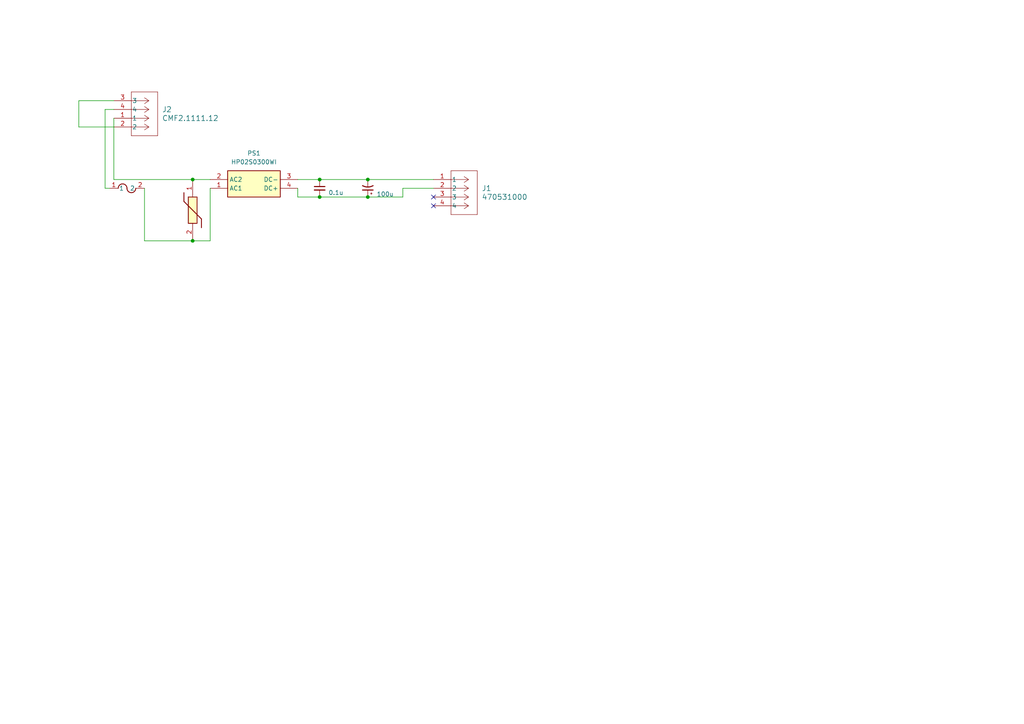
<source format=kicad_sch>
(kicad_sch (version 20231120) (generator "eeschema") (generator_version "8.0")
  (paper "A4")
  (lib_symbols
    (symbol "47053:470531000" (pin_names (offset 0.254))
      (property "Reference" "J" (at 8.89 6.35 0))
      (property "Value" "470531000" (at 0 0 0))
      (symbol "470531000_1_1"
        (polyline (pts (xy 5.08 -10.16) (xy 12.7 -10.16)) (stroke (width 0.127)))
        (polyline (pts (xy 5.08 2.54) (xy 5.08 -10.16)) (stroke (width 0.127)))
        (polyline (pts (xy 10.16 -7.62) (xy 5.08 -7.62)) (stroke (width 0.127)))
        (polyline (pts (xy 10.16 -7.62) (xy 8.89 -8.4667)) (stroke (width 0.127)))
        (polyline (pts (xy 10.16 -7.62) (xy 8.89 -6.7733)) (stroke (width 0.127)))
        (polyline (pts (xy 10.16 -5.08) (xy 5.08 -5.08)) (stroke (width 0.127)))
        (polyline (pts (xy 10.16 -5.08) (xy 8.89 -5.9267)) (stroke (width 0.127)))
        (polyline (pts (xy 10.16 -5.08) (xy 8.89 -4.2333)) (stroke (width 0.127)))
        (polyline (pts (xy 10.16 -2.54) (xy 5.08 -2.54)) (stroke (width 0.127)))
        (polyline (pts (xy 10.16 -2.54) (xy 8.89 -3.3867)) (stroke (width 0.127)))
        (polyline (pts (xy 10.16 -2.54) (xy 8.89 -1.6933)) (stroke (width 0.127)))
        (polyline (pts (xy 10.16 0) (xy 5.08 0)) (stroke (width 0.127)))
        (polyline (pts (xy 10.16 0) (xy 8.89 -0.8467)) (stroke (width 0.127)))
        (polyline (pts (xy 10.16 0) (xy 8.89 0.8467)) (stroke (width 0.127)))
        (polyline (pts (xy 12.7 -10.16) (xy 12.7 2.54)) (stroke (width 0.127)))
        (polyline (pts (xy 12.7 2.54) (xy 5.08 2.54)) (stroke (width 0.127)))
        (pin unspecified line (at 0 0 0) (length 5.08) (name "1") (number "1"))
        (pin unspecified line (at 0 -2.54 0) (length 5.08) (name "2") (number "2"))
        (pin unspecified line (at 0 -5.08 0) (length 5.08) (name "3") (number "3"))
        (pin unspecified line (at 0 -7.62 0) (length 5.08) (name "4") (number "4"))
      )
      (symbol "470531000_1_2"
        (polyline (pts (xy 5.08 -10.16) (xy 12.7 -10.16)) (stroke (width 0.127)))
        (polyline (pts (xy 5.08 2.54) (xy 5.08 -10.16)) (stroke (width 0.127)))
        (polyline (pts (xy 7.62 -7.62) (xy 5.08 -7.62)) (stroke (width 0.127)))
        (polyline (pts (xy 7.62 -7.62) (xy 8.89 -8.4667)) (stroke (width 0.127)))
        (polyline (pts (xy 7.62 -7.62) (xy 8.89 -6.7733)) (stroke (width 0.127)))
        (polyline (pts (xy 7.62 -5.08) (xy 5.08 -5.08)) (stroke (width 0.127)))
        (polyline (pts (xy 7.62 -5.08) (xy 8.89 -5.9267)) (stroke (width 0.127)))
        (polyline (pts (xy 7.62 -5.08) (xy 8.89 -4.2333)) (stroke (width 0.127)))
        (polyline (pts (xy 7.62 -2.54) (xy 5.08 -2.54)) (stroke (width 0.127)))
        (polyline (pts (xy 7.62 -2.54) (xy 8.89 -3.3867)) (stroke (width 0.127)))
        (polyline (pts (xy 7.62 -2.54) (xy 8.89 -1.6933)) (stroke (width 0.127)))
        (polyline (pts (xy 7.62 0) (xy 5.08 0)) (stroke (width 0.127)))
        (polyline (pts (xy 7.62 0) (xy 8.89 -0.8467)) (stroke (width 0.127)))
        (polyline (pts (xy 7.62 0) (xy 8.89 0.8467)) (stroke (width 0.127)))
        (polyline (pts (xy 12.7 -10.16) (xy 12.7 2.54)) (stroke (width 0.127)))
        (polyline (pts (xy 12.7 2.54) (xy 5.08 2.54)) (stroke (width 0.127)))
        (pin unspecified line (at 0 0 0) (length 5.08) (name "1") (number "1"))
        (pin unspecified line (at 0 -2.54 0) (length 5.08) (name "2") (number "2"))
        (pin unspecified line (at 0 -5.08 0) (length 5.08) (name "3") (number "3"))
        (pin unspecified line (at 0 -7.62 0) (length 5.08) (name "4") (number "4"))
      )
    )
    (symbol "CMF2:CMF2.1111.12" (pin_names (offset 0.254))
      (property "Reference" "J" (at 8.89 6.35 0))
      (property "Value" "CMF2.1111.12" (at 0 0 0))
      (symbol "CMF2.1111.12_0_1"
        (polyline (pts (xy 5.08 -10.16) (xy 12.7 -10.16)) (stroke (width 0.127)))
        (polyline (pts (xy 5.08 2.54) (xy 5.08 -10.16)) (stroke (width 0.127)))
        (polyline (pts (xy 10.16 -7.62) (xy 5.08 -7.62)) (stroke (width 0.127)))
        (polyline (pts (xy 10.16 -7.62) (xy 8.89 -8.4667)) (stroke (width 0.127)))
        (polyline (pts (xy 10.16 -7.62) (xy 8.89 -6.7733)) (stroke (width 0.127)))
        (polyline (pts (xy 10.16 -5.08) (xy 5.08 -5.08)) (stroke (width 0.127)))
        (polyline (pts (xy 10.16 -5.08) (xy 8.89 -5.9267)) (stroke (width 0.127)))
        (polyline (pts (xy 10.16 -5.08) (xy 8.89 -4.2333)) (stroke (width 0.127)))
        (polyline (pts (xy 10.16 -2.54) (xy 5.08 -2.54)) (stroke (width 0.127)))
        (polyline (pts (xy 10.16 -2.54) (xy 8.89 -3.3867)) (stroke (width 0.127)))
        (polyline (pts (xy 10.16 -2.54) (xy 8.89 -1.6933)) (stroke (width 0.127)))
        (polyline (pts (xy 10.16 0) (xy 5.08 0)) (stroke (width 0.127)))
        (polyline (pts (xy 10.16 0) (xy 8.89 -0.8467)) (stroke (width 0.127)))
        (polyline (pts (xy 10.16 0) (xy 8.89 0.8467)) (stroke (width 0.127)))
        (polyline (pts (xy 12.7 -10.16) (xy 12.7 2.54)) (stroke (width 0.127)))
        (polyline (pts (xy 12.7 2.54) (xy 5.08 2.54)) (stroke (width 0.127)))
        (pin unspecified line (at 0 -5.08 0) (length 5.08) (name "1") (number "1"))
        (pin unspecified line (at 0 -7.62 0) (length 5.08) (name "2") (number "2"))
        (pin unspecified line (at 0 0 0) (length 5.08) (name "3") (number "3"))
        (pin unspecified line (at 0 -2.54 0) (length 5.08) (name "4") (number "4"))
      )
    )
    (symbol "Device:C_Polarized_Small_US" (pin_numbers hide) (pin_names (offset 0.254) hide)
      (property "Reference" "C" (at 0.254 1.778 0))
      (property "Value" "C_Polarized_Small_US" (at 0.254 -2.032 0))
      (symbol "C_Polarized_Small_US_0_1"
        (polyline (pts (xy -1.524 0.508) (xy 1.524 0.508)) (stroke (width 0.3048)))
        (polyline (pts (xy -1.27 1.524) (xy -0.762 1.524)))
        (polyline (pts (xy -1.016 1.27) (xy -1.016 1.778)))
        (arc (start 1.524 -0.762) (mid 0 -0.3734) (end -1.524 -0.762) (stroke (width 0.3048)))
      )
      (symbol "C_Polarized_Small_US_1_1"
        (pin passive line (at 0 2.54 270) (length 2.032) (name "~") (number "1"))
        (pin passive line (at 0 -2.54 90) (length 2.032) (name "~") (number "2"))
      )
    )
    (symbol "Device:C_Small" (pin_numbers hide) (pin_names (offset 0.254) hide)
      (property "Reference" "C" (at 0.254 1.778 0))
      (property "Value" "C_Small" (at 0.254 -2.032 0))
      (symbol "C_Small_0_1"
        (polyline (pts (xy -1.524 -0.508) (xy 1.524 -0.508)) (stroke (width 0.3302)))
        (polyline (pts (xy -1.524 0.508) (xy 1.524 0.508)) (stroke (width 0.3048)))
      )
      (symbol "C_Small_1_1"
        (pin passive line (at 0 2.54 270) (length 2.032) (name "~") (number "1"))
        (pin passive line (at 0 -2.54 90) (length 2.032) (name "~") (number "2"))
      )
    )
    (symbol "HP02S0300WI:HP02S0300WI"
      (property "Reference" "PS" (at 21.59 7.62 0))
      (property "Value" "HP02S0300WI" (at 21.59 5.08 0))
      (symbol "HP02S0300WI_1_1"
        (rectangle (start 5.08 2.54) (end 20.32 -5.08) (stroke (width 0.254)) (fill (type background)))
        (pin passive line (at 0 -2.54 0) (length 5.08) (name "AC1") (number "1"))
        (pin passive line (at 0 0 0) (length 5.08) (name "AC2") (number "2"))
        (pin passive line (at 25.4 0 180) (length 5.08) (name "DC-") (number "3"))
        (pin passive line (at 25.4 -2.54 180) (length 5.08) (name "DC+") (number "4"))
      )
    )
    (symbol "MOV-14D561KTR:MOV-14D561KTR" (pin_names hide)
      (property "Reference" "RV" (at 13.97 6.35 0))
      (property "Value" "MOV-14D561KTR" (at 13.97 3.81 0))
      (symbol "MOV-14D561KTR_1_1"
        (polyline (pts (xy 3.81 -2.54) (xy 6.35 -2.54)) (stroke (width 0.254)))
        (polyline (pts (xy 11.43 2.54) (xy 6.35 -2.54)) (stroke (width 0.254)))
        (polyline (pts (xy 11.43 2.54) (xy 13.97 2.54)) (stroke (width 0.254)))
        (rectangle (start 5.08 1.27) (end 12.7 -1.27) (stroke (width 0.254)) (fill (type background)))
        (pin passive line (at 0 0 0) (length 5.08) (name "1") (number "1"))
        (pin passive line (at 17.78 0 180) (length 5.08) (name "2") (number "2"))
      )
    )
    (symbol "ss5h:SS-5H-1A-APH" (pin_names (offset 0.254))
      (property "Reference" "F" (at 5.08 3.175 0))
      (property "Value" "SS-5H-1A-APH" (at 5.08 -3.175 0))
      (symbol "SS-5H-1A-APH_1_1"
        (arc (start 5.08 0) (mid 3.81 1.2645) (end 2.54 0) (stroke (width 0.254)))
        (arc (start 5.08 0) (mid 6.35 -1.2645) (end 7.62 0) (stroke (width 0.254)))
        (pin unspecified line (at 0 0 0) (length 2.54) (name "1") (number "1"))
        (pin unspecified line (at 10.16 0 180) (length 2.54) (name "2") (number "2"))
      )
      (symbol "SS-5H-1A-APH_1_2"
        (arc (start 0 5.08) (mid -1.2645 3.81) (end 0 2.54) (stroke (width 0.254)))
        (arc (start 0 5.08) (mid 1.2645 6.35) (end 0 7.62) (stroke (width 0.254)))
        (pin unspecified line (at 0 0 90) (length 2.54) (name "1") (number "1"))
        (pin unspecified line (at 0 10.16 270) (length 2.54) (name "2") (number "2"))
      )
    )
  )
  (junction (at 106.68 57.15))
  (junction (at 92.71 52.07))
  (junction (at 106.68 52.07))
  (junction (at 92.71 57.15))
  (junction (at 55.88 69.85))
  (junction (at 55.88 52.07))
  (no_connect (at 125.73 57.15))
  (no_connect (at 125.73 59.69))
  (wire (pts (xy 92.71 57.15) (xy 106.68 57.15)))
  (wire (pts (xy 106.68 57.15) (xy 116.84 57.15)))
  (wire (pts (xy 86.36 57.15) (xy 86.36 54.61)))
  (wire (pts (xy 33.02 31.75) (xy 30.48 31.75)))
  (wire (pts (xy 22.86 29.21) (xy 33.02 29.21)))
  (wire (pts (xy 116.84 57.15) (xy 116.84 54.61)))
  (wire (pts (xy 55.88 69.85) (xy 60.96 69.85)))
  (wire (pts (xy 41.91 69.85) (xy 41.91 54.61)))
  (wire (pts (xy 116.84 54.61) (xy 125.73 54.61)))
  (wire (pts (xy 86.36 52.07) (xy 92.71 52.07)))
  (wire (pts (xy 86.36 57.15) (xy 92.71 57.15)))
  (wire (pts (xy 33.02 36.83) (xy 22.86 36.83)))
  (wire (pts (xy 60.96 69.85) (xy 60.96 54.61)))
  (wire (pts (xy 30.48 31.75) (xy 30.48 54.61)))
  (wire (pts (xy 33.02 34.29) (xy 33.02 52.07)))
  (wire (pts (xy 30.48 54.61) (xy 31.75 54.61)))
  (wire (pts (xy 33.02 52.07) (xy 55.88 52.07)))
  (wire (pts (xy 55.88 52.07) (xy 60.96 52.07)))
  (wire (pts (xy 106.68 52.07) (xy 125.73 52.07)))
  (wire (pts (xy 41.91 69.85) (xy 55.88 69.85)))
  (wire (pts (xy 92.71 52.07) (xy 106.68 52.07)))
  (wire (pts (xy 22.86 36.83) (xy 22.86 29.21)))
  (symbol (lib_id "MOV-14D561KTR:MOV-14D561KTR") (at 55.88 52.07 270) (unit 1)
    (property "Reference" "RV1" (effects (hide yes)))
    (property "Value" "MOV-14D561KTR" (effects (hide yes)))
    (property "Footprint" "CustomModels:MOV14D561KTR" (effects (hide yes)))
    (property "Datasheet" "https://www.bourns.com/docs/Product-Datasheets/MOV14D.pdf" (effects (hide yes)))
    (property "Description" "560 V 4.5 kA Varistor 1 Circuit Through Hole Disc 14mm" (effects (hide yes)))
    (property "Height" "22" (effects (hide yes)))
    (property "Manufacturer_Name" "Bourns" (effects (hide yes)))
    (property "Manufacturer_Part_Number" "MOV-14D561KTR" (effects (hide yes)))
    (property "Mouser Part Number" "652-MOV-14D561KTR" (effects (hide yes)))
    (property "Mouser Price/Stock" "https://www.mouser.co.uk/ProductDetail/Bourns/MOV-14D561KTR?qs=CQ3B1E%252BbPs2c86JUrhXAFQ%3D%3D" (effects (hide yes)))
    (property "Arrow Part Number" "MOV-14D561KTR" (effects (hide yes)))
    (property "Arrow Price/Stock" "https://www.arrow.com/en/products/mov-14d561ktr/bourns?region=nac" (effects (hide yes)))
  )
  (symbol (lib_id "HP02S0300WI:HP02S0300WI") (at 60.96 52.07 0) (unit 1)
    (property "Reference" "PS1" (at 73.66 44.45 0))
    (property "Value" "HP02S0300WI" (at 73.66 46.99 0))
    (property "Footprint" "CustomModels:HP02S0300WI" (effects (hide yes)))
    (property "Datasheet" "https://www.zettlermagnetics.com/pdfs/HP02SXX00WI.pdf" (effects (hide yes)))
    (property "Description" "Enclosed AC DC Converters 1 Output 3.3V 600mA 85 ~ 305 VAC, 100 ~ 430 VDC Input" (effects (hide yes)))
    (property "Height" "15.5" (effects (hide yes)))
    (property "Manufacturer_Name" "Zettler Group" (effects (hide yes)))
    (property "Manufacturer_Part_Number" "HP02S0300WI" (effects (hide yes)))
  )
  (symbol (lib_id "Device:C_Polarized_Small_US") (at 106.68 54.61 180) (unit 1)
    (property "Reference" "PSU_bulk1" (effects (hide yes)))
    (property "Value" "100u" (at 109.22 56.3117 0) (effects (justify right)))
    (property "Footprint" "Capacitor_SMD:C_0805_2012Metric_Pad1.18x1.45mm_HandSolder" (effects (hide yes)))
    (property "Description" "electrolytic" (effects (hide yes)))
  )
  (symbol (lib_id "47053:470531000") (at 125.73 52.07 0) (unit 1)
    (property "Reference" "J1" (at 139.7 54.6099 0) (effects (font (size 1.524 1.524)) (justify left)))
    (property "Value" "470531000" (at 139.7 57.1499 0) (effects (font (size 1.524 1.524)) (justify left)))
    (property "Footprint" "CustomModels:CONN_SD-47053-001_H10p00_MOL" (effects (hide yes)))
    (property "Datasheet" "470531000" (effects (hide yes)))
  )
  (symbol (lib_id "ss5h:SS-5H-1A-APH") (at 31.75 54.61 0) (unit 1)
    (property "Reference" "F1" (effects (hide yes)))
    (property "Value" "SS-5H-1A-APH" (effects (hide yes)))
    (property "Footprint" "CustomModels:FUSE_SS-5H-1A_EAT" (effects (hide yes)))
    (property "Datasheet" "SS-5H-1A-APH" (effects (hide yes)))
  )
  (symbol (lib_id "Device:C_Small") (at 92.71 54.61 0) (unit 1)
    (property "Reference" "PSU_noise1" (effects (hide yes)))
    (property "Value" "0.1u" (at 95.25 55.8862 0) (effects (justify left)))
    (property "Footprint" "Capacitor_SMD:C_0805_2012Metric_Pad1.18x1.45mm_HandSolder" (effects (hide yes)))
    (property "Description" "ceramic, acap (to PSU)" (effects (hide yes)))
  )
  (symbol (lib_id "CMF2:CMF2.1111.12") (at 33.02 29.21 0) (unit 1)
    (property "Reference" "J2" (at 46.99 31.7499 0) (effects (font (size 1.524 1.524)) (justify left)))
    (property "Value" "CMF2.1111.12" (at 46.99 34.2899 0) (effects (font (size 1.524 1.524)) (justify left)))
    (property "Footprint" "CustomModels:CONN4_1131.12_SAI" (effects (hide yes)))
    (property "Datasheet" "CMF2.1111.12" (effects (hide yes)))
  )
)
</source>
